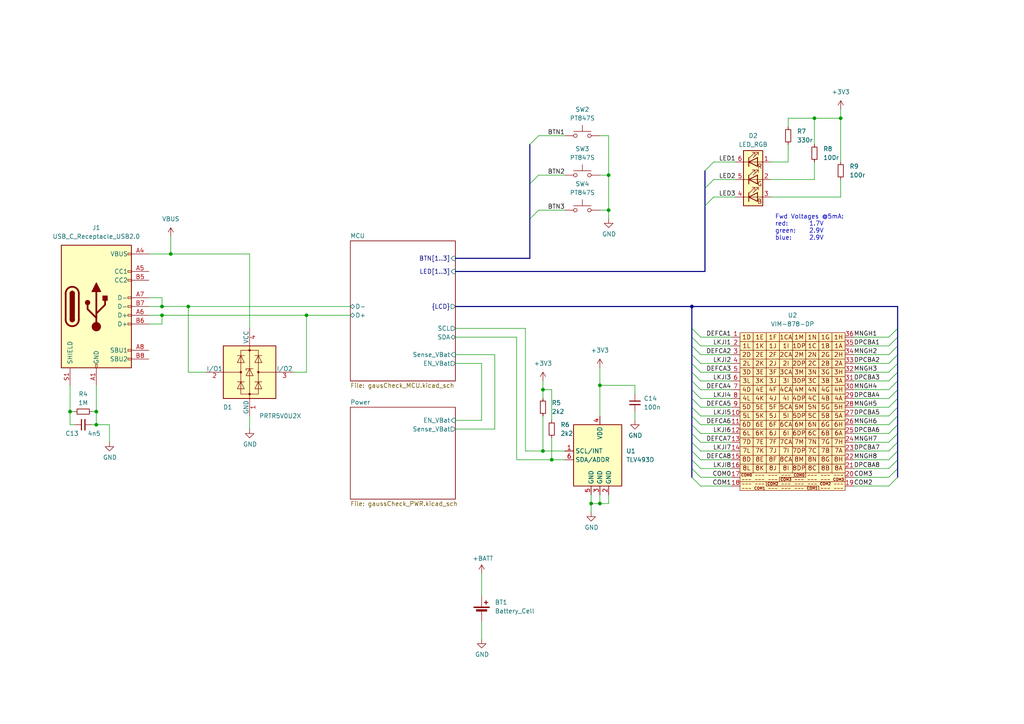
<source format=kicad_sch>
(kicad_sch (version 20230121) (generator eeschema)
  (paper "A4")
  (lib_symbols
    (symbol "Connector:USB_C_Receptacle_USB2.0" (pin_names (offset 1.016))
      (property "Reference" "J" (at -10.16 19.05 0))
      (property "Value" "USB_C_Receptacle_USB2.0" (at 19.05 19.05 0))
      (symbol "USB_C_Receptacle_USB2.0_0_0"
        (rectangle (start -0.254 -17.78) (end 0.254 -16.764))
        (rectangle (start 10.16 -14.986) (end 9.144 -15.494))
        (rectangle (start 10.16 -12.446) (end 9.144 -12.954))
        (rectangle (start 10.16 -4.826) (end 9.144 -5.334))
        (rectangle (start 10.16 -2.286) (end 9.144 -2.794))
        (rectangle (start 10.16 0.254) (end 9.144 -0.254))
        (rectangle (start 10.16 2.794) (end 9.144 2.286))
        (rectangle (start 10.16 7.874) (end 9.144 7.366))
        (rectangle (start 10.16 10.414) (end 9.144 9.906))
        (rectangle (start 10.16 15.494) (end 9.144 14.986))
      )
      (symbol "USB_C_Receptacle_USB2.0_0_1"
        (rectangle (start -10.16 17.78) (end 10.16 -17.78) (stroke (width 0.254)) (fill (type background)))
        (arc (start -8.89 -3.81) (mid -6.985 -5.7067) (end -5.08 -3.81) (stroke (width 0.508)))
        (arc (start -7.62 -3.81) (mid -6.985 -4.4423) (end -6.35 -3.81) (stroke (width 0.254)))
        (arc (start -7.62 -3.81) (mid -6.985 -4.4423) (end -6.35 -3.81) (stroke (width 0.254)) (fill (type outline)))
        (rectangle (start -7.62 -3.81) (end -6.35 3.81) (stroke (width 0.254)) (fill (type outline)))
        (arc (start -6.35 3.81) (mid -6.985 4.4423) (end -7.62 3.81) (stroke (width 0.254)))
        (arc (start -6.35 3.81) (mid -6.985 4.4423) (end -7.62 3.81) (stroke (width 0.254)) (fill (type outline)))
        (arc (start -5.08 3.81) (mid -6.985 5.7067) (end -8.89 3.81) (stroke (width 0.508)))
        (circle (center -2.54 1.143) (radius 0.635) (stroke (width 0.254)) (fill (type outline)))
        (circle (center 0 -5.842) (radius 1.27) (fill (type outline)))
        (polyline (pts (xy -8.89 -3.81) (xy -8.89 3.81)) (stroke (width 0.508)))
        (polyline (pts (xy -5.08 3.81) (xy -5.08 -3.81)) (stroke (width 0.508)))
        (polyline (pts (xy 0 -5.842) (xy 0 4.318)) (stroke (width 0.508)))
        (polyline (pts (xy 0 -3.302) (xy -2.54 -0.762) (xy -2.54 0.508)) (stroke (width 0.508)))
        (polyline (pts (xy 0 -2.032) (xy 2.54 0.508) (xy 2.54 1.778)) (stroke (width 0.508)))
        (polyline (pts (xy -1.27 4.318) (xy 0 6.858) (xy 1.27 4.318) (xy -1.27 4.318)) (stroke (width 0.254)) (fill (type outline)))
        (rectangle (start 1.905 1.778) (end 3.175 3.048) (stroke (width 0.254)) (fill (type outline)))
      )
      (symbol "USB_C_Receptacle_USB2.0_1_1"
        (pin passive line (at 0 -22.86 90) (length 5.08) (name "GND") (number "A1"))
        (pin passive line (at 0 -22.86 90) (length 5.08) hide (name "GND") (number "A12"))
        (pin passive line (at 15.24 15.24 180) (length 5.08) (name "VBUS") (number "A4"))
        (pin bidirectional line (at 15.24 10.16 180) (length 5.08) (name "CC1") (number "A5"))
        (pin bidirectional line (at 15.24 -2.54 180) (length 5.08) (name "D+") (number "A6"))
        (pin bidirectional line (at 15.24 2.54 180) (length 5.08) (name "D-") (number "A7"))
        (pin bidirectional line (at 15.24 -12.7 180) (length 5.08) (name "SBU1") (number "A8"))
        (pin passive line (at 15.24 15.24 180) (length 5.08) hide (name "VBUS") (number "A9"))
        (pin passive line (at 0 -22.86 90) (length 5.08) hide (name "GND") (number "B1"))
        (pin passive line (at 0 -22.86 90) (length 5.08) hide (name "GND") (number "B12"))
        (pin passive line (at 15.24 15.24 180) (length 5.08) hide (name "VBUS") (number "B4"))
        (pin bidirectional line (at 15.24 7.62 180) (length 5.08) (name "CC2") (number "B5"))
        (pin bidirectional line (at 15.24 -5.08 180) (length 5.08) (name "D+") (number "B6"))
        (pin bidirectional line (at 15.24 0 180) (length 5.08) (name "D-") (number "B7"))
        (pin bidirectional line (at 15.24 -15.24 180) (length 5.08) (name "SBU2") (number "B8"))
        (pin passive line (at 15.24 15.24 180) (length 5.08) hide (name "VBUS") (number "B9"))
        (pin passive line (at -7.62 -22.86 90) (length 5.08) (name "SHIELD") (number "S1"))
      )
    )
    (symbol "Device:Battery_Cell" (pin_numbers hide) (pin_names (offset 0) hide)
      (property "Reference" "BT" (at 2.54 2.54 0))
      (property "Value" "Battery_Cell" (at 2.54 0 0))
      (symbol "Battery_Cell_0_1"
        (rectangle (start -2.286 1.778) (end 2.286 1.524) (fill (type outline)))
        (rectangle (start -1.524 1.016) (end 1.524 0.508) (fill (type outline)))
        (polyline (pts (xy 0 0.762) (xy 0 0)))
        (polyline (pts (xy 0 1.778) (xy 0 2.54)))
        (polyline (pts (xy 0.762 3.048) (xy 1.778 3.048)) (stroke (width 0.254)))
        (polyline (pts (xy 1.27 3.556) (xy 1.27 2.54)) (stroke (width 0.254)))
      )
      (symbol "Battery_Cell_1_1"
        (pin passive line (at 0 5.08 270) (length 2.54) (name "+") (number "1"))
        (pin passive line (at 0 -2.54 90) (length 2.54) (name "-") (number "2"))
      )
    )
    (symbol "Device:C_Small" (pin_numbers hide) (pin_names (offset 0.254) hide)
      (property "Reference" "C" (at 0.254 1.778 0))
      (property "Value" "C_Small" (at 0.254 -2.032 0))
      (symbol "C_Small_0_1"
        (polyline (pts (xy -1.524 -0.508) (xy 1.524 -0.508)) (stroke (width 0.3302)))
        (polyline (pts (xy -1.524 0.508) (xy 1.524 0.508)) (stroke (width 0.3048)))
      )
      (symbol "C_Small_1_1"
        (pin passive line (at 0 2.54 270) (length 2.032) (name "~") (number "1"))
        (pin passive line (at 0 -2.54 90) (length 2.032) (name "~") (number "2"))
      )
    )
    (symbol "Device:R_Small" (pin_numbers hide) (pin_names (offset 0.254) hide)
      (property "Reference" "R" (at 0.762 0.508 0))
      (property "Value" "R_Small" (at 0.762 -1.016 0))
      (symbol "R_Small_0_1"
        (rectangle (start -0.762 1.778) (end 0.762 -1.778) (stroke (width 0.2032)))
      )
      (symbol "R_Small_1_1"
        (pin passive line (at 0 2.54 270) (length 0.762) (name "~") (number "1"))
        (pin passive line (at 0 -2.54 90) (length 0.762) (name "~") (number "2"))
      )
    )
    (symbol "GaussCheckCustomSymbols:LED_3A_RGB_3C" (pin_names (offset 0) hide)
      (property "Reference" "D" (at 0 9.398 0))
      (property "Value" "LED_RGB" (at 0 -8.89 0))
      (symbol "LED_3A_RGB_3C_0_0"
        (text "B" (at -1.905 -6.35 0) (effects (font (size 1.27 1.27))))
        (text "G" (at -1.905 -1.27 0) (effects (font (size 1.27 1.27))))
        (text "R" (at -1.905 3.81 0) (effects (font (size 1.27 1.27))))
      )
      (symbol "LED_3A_RGB_3C_0_1"
        (rectangle (start -2.794 8.382) (end 2.794 -7.62) (stroke (width 0.254)) (fill (type background)))
        (polyline (pts (xy -1.27 -5.08) (xy -2.54 -5.08)))
        (polyline (pts (xy -1.27 -5.08) (xy 1.27 -5.08)))
        (polyline (pts (xy -1.27 0) (xy -2.54 0)))
        (polyline (pts (xy -1.27 5.08) (xy -2.54 5.08)))
        (polyline (pts (xy -1.27 5.08) (xy 1.27 5.08)))
        (polyline (pts (xy 1.27 -5.08) (xy 2.54 -5.08)))
        (polyline (pts (xy 1.27 -3.81) (xy 1.27 -6.35)) (stroke (width 0.254)))
        (polyline (pts (xy 1.27 0) (xy -1.27 0)))
        (polyline (pts (xy 1.27 0) (xy 2.54 0)))
        (polyline (pts (xy 1.27 1.27) (xy 1.27 -1.27)) (stroke (width 0.254)))
        (polyline (pts (xy 1.27 5.08) (xy 2.54 5.08)))
        (polyline (pts (xy 1.27 6.35) (xy 1.27 3.81)) (stroke (width 0.254)))
        (polyline (pts (xy -1.27 1.27) (xy -1.27 -1.27) (xy -1.27 -1.27)))
        (polyline (pts (xy -1.27 6.35) (xy -1.27 3.81) (xy -1.27 3.81)))
        (polyline (pts (xy -1.27 -3.81) (xy -1.27 -6.35) (xy 1.27 -5.08) (xy -1.27 -3.81)) (stroke (width 0.254)))
        (polyline (pts (xy -1.27 1.27) (xy -1.27 -1.27) (xy 1.27 0) (xy -1.27 1.27)) (stroke (width 0.254)))
        (polyline (pts (xy -1.27 6.35) (xy -1.27 3.81) (xy 1.27 5.08) (xy -1.27 6.35)) (stroke (width 0.254)))
        (polyline (pts (xy 0 -3.81) (xy -1.524 -2.286) (xy -0.762 -2.286) (xy -1.524 -2.286) (xy -1.524 -3.048)))
        (polyline (pts (xy 0 1.27) (xy -1.524 2.794) (xy -0.762 2.794) (xy -1.524 2.794) (xy -1.524 2.032)))
        (polyline (pts (xy 0 6.35) (xy -1.524 7.874) (xy -0.762 7.874) (xy -1.524 7.874) (xy -1.524 7.112)))
        (polyline (pts (xy 1.016 -3.81) (xy -0.508 -2.286) (xy 0.254 -2.286) (xy -0.508 -2.286) (xy -0.508 -3.048)))
        (polyline (pts (xy 1.016 1.27) (xy -0.508 2.794) (xy 0.254 2.794) (xy -0.508 2.794) (xy -0.508 2.032)))
        (polyline (pts (xy 1.016 6.35) (xy -0.508 7.874) (xy 0.254 7.874) (xy -0.508 7.874) (xy -0.508 7.112)))
        (rectangle (start 1.27 -1.27) (end 1.27 1.27))
        (rectangle (start 1.27 1.27) (end 1.27 1.27))
        (rectangle (start 1.27 3.81) (end 1.27 6.35))
        (rectangle (start 1.27 6.35) (end 1.27 6.35))
      )
      (symbol "LED_3A_RGB_3C_1_1"
        (pin passive line (at -5.08 5.08 0) (length 2.54) (name "RK") (number "1"))
        (pin passive line (at -5.08 0 0) (length 2.54) (name "GK") (number "2"))
        (pin passive line (at -5.08 -5.08 0) (length 2.54) (name "BK") (number "3"))
        (pin passive line (at 5.08 -5.08 180) (length 2.54) (name "BA") (number "4"))
        (pin passive line (at 5.08 0 180) (length 2.54) (name "GA") (number "5"))
        (pin passive line (at 5.08 5.08 180) (length 2.54) (name "RA") (number "6"))
      )
    )
    (symbol "GaussCheckCustomSymbols:VIM-878-DP" (pin_names hide)
      (property "Reference" "U" (at 14.605 -24.13 0))
      (property "Value" "VIM-878-DP" (at -8.89 -24.13 0))
      (symbol "VIM-878-DP_0_0"
        (pin passive line (at -17.78 21.59 0) (length 2.54) (name "1DEFCA") (number "1"))
        (pin passive line (at -17.78 -1.27 0) (length 2.54) (name "5LKJI") (number "10"))
        (pin passive line (at -17.78 -3.81 0) (length 2.54) (name "6DEFCA") (number "11"))
        (pin passive line (at -17.78 -6.35 0) (length 2.54) (name "6LKJI") (number "12"))
        (pin passive line (at -17.78 -8.89 0) (length 2.54) (name "7DEFCA") (number "13"))
        (pin passive line (at -17.78 -11.43 0) (length 2.54) (name "7LKJI") (number "14"))
        (pin passive line (at -17.78 -13.97 0) (length 2.54) (name "8DEFCA") (number "15"))
        (pin passive line (at -17.78 -16.51 0) (length 2.54) (name "8LKJI") (number "16"))
        (pin passive line (at -17.78 19.05 0) (length 2.54) (name "1LKJI") (number "2"))
        (pin passive line (at 17.78 -16.51 180) (length 2.54) (name "8DPCBA") (number "21"))
        (pin passive line (at 17.78 -13.97 180) (length 2.54) (name "8MNGH") (number "22"))
        (pin passive line (at 17.78 -11.43 180) (length 2.54) (name "7DPCBA") (number "23"))
        (pin passive line (at 17.78 -8.89 180) (length 2.54) (name "7MNGH") (number "24"))
        (pin passive line (at 17.78 -6.35 180) (length 2.54) (name "6DPCBA") (number "25"))
        (pin passive line (at 17.78 -3.81 180) (length 2.54) (name "6MNGH") (number "26"))
        (pin passive line (at 17.78 -1.27 180) (length 2.54) (name "8DPCBA") (number "27"))
        (pin passive line (at 17.78 1.27 180) (length 2.54) (name "8MNGH") (number "28"))
        (pin passive line (at 17.78 3.81 180) (length 2.54) (name "8DPCBA") (number "29"))
        (pin passive line (at -17.78 16.51 0) (length 2.54) (name "2DEFCA") (number "3"))
        (pin passive line (at 17.78 6.35 180) (length 2.54) (name "8MNGH") (number "30"))
        (pin passive line (at 17.78 8.89 180) (length 2.54) (name "8DPCBA") (number "31"))
        (pin passive line (at 17.78 11.43 180) (length 2.54) (name "8MNGH") (number "32"))
        (pin passive line (at 17.78 13.97 180) (length 2.54) (name "8DPCBA") (number "33"))
        (pin passive line (at 17.78 16.51 180) (length 2.54) (name "8MNGH") (number "34"))
        (pin passive line (at 17.78 19.05 180) (length 2.54) (name "1DPCBA") (number "35"))
        (pin passive line (at 17.78 21.59 180) (length 2.54) (name "1MNGH") (number "36"))
        (pin passive line (at -17.78 13.97 0) (length 2.54) (name "2LKJI") (number "4"))
        (pin passive line (at -17.78 11.43 0) (length 2.54) (name "3DEFCA") (number "5"))
        (pin passive line (at -17.78 8.89 0) (length 2.54) (name "3LKJI") (number "6"))
        (pin passive line (at -17.78 6.35 0) (length 2.54) (name "4DEFCA") (number "7"))
        (pin passive line (at -17.78 3.81 0) (length 2.54) (name "4LKJI") (number "8"))
        (pin passive line (at -17.78 1.27 0) (length 2.54) (name "5DEFCA") (number "9"))
      )
      (symbol "VIM-878-DP_0_1"
        (polyline (pts (xy -15.24 -12.7) (xy 15.24 -12.7)))
        (polyline (pts (xy -15.24 -7.62) (xy 15.24 -7.62)))
        (polyline (pts (xy -15.24 -2.54) (xy 15.24 -2.54)))
        (polyline (pts (xy -15.24 0) (xy 15.24 0)))
        (polyline (pts (xy -15.24 5.08) (xy 15.24 5.08)))
        (polyline (pts (xy -15.24 10.16) (xy 15.24 10.16)))
        (polyline (pts (xy -15.24 15.24) (xy 15.24 15.24)))
        (polyline (pts (xy 15.24 -15.24) (xy -15.24 -15.24)))
        (polyline (pts (xy 15.24 -10.16) (xy -15.24 -10.16)))
        (polyline (pts (xy 15.24 -5.08) (xy -15.24 -5.08)))
        (polyline (pts (xy 15.24 2.54) (xy -15.24 2.54)))
        (polyline (pts (xy 15.24 7.62) (xy -15.24 7.62)))
        (polyline (pts (xy 15.24 12.7) (xy -15.24 12.7)))
      )
      (symbol "VIM-878-DP_1_0"
        (pin passive line (at -17.78 -19.05 0) (length 2.54) (name "COM0") (number "17"))
        (pin passive line (at -17.78 -21.59 0) (length 2.54) (name "COM1") (number "18"))
        (pin passive line (at 17.78 -21.59 180) (length 2.54) (name "COM2") (number "19"))
        (pin passive line (at 17.78 -19.05 180) (length 2.54) (name "COM3") (number "20"))
      )
      (symbol "VIM-878-DP_1_1"
        (rectangle (start -15.24 22.86) (end 15.24 -22.86) (fill (type background)))
        (polyline (pts (xy -15.24 -20.32) (xy 15.24 -20.32)))
        (polyline (pts (xy -15.24 17.78) (xy 15.24 17.78)))
        (polyline (pts (xy -15.24 20.32) (xy 15.24 20.32)))
        (polyline (pts (xy -11.43 22.86) (xy -11.43 -17.78)))
        (polyline (pts (xy -7.62 22.86) (xy -7.62 -17.78)))
        (polyline (pts (xy -3.81 22.86) (xy -3.81 -17.78)))
        (polyline (pts (xy 0 22.86) (xy 0 -17.78)))
        (polyline (pts (xy 3.81 -17.78) (xy 3.81 22.86)))
        (polyline (pts (xy 7.62 22.86) (xy 7.62 -17.78)))
        (polyline (pts (xy 11.43 22.86) (xy 11.43 -17.78)))
        (polyline (pts (xy 15.24 -17.78) (xy -15.24 -17.78)))
        (polyline (pts (xy -7.62 -20.32) (xy -7.62 -21.59) (xy 7.62 -21.59) (xy 7.62 -22.86)))
        (polyline (pts (xy 3.81 -17.78) (xy 3.81 -19.05) (xy -3.81 -19.05) (xy -3.81 -20.32)))
        (text "---" (at -13.335 -22.225 0) (effects (font (size 0.762 0.762))))
        (text "---" (at -13.335 -20.955 0) (effects (font (size 0.762 0.762))))
        (text "---" (at -13.335 -19.685 0) (effects (font (size 0.762 0.762))))
        (text "---" (at -9.525 -20.955 0) (effects (font (size 0.762 0.762))))
        (text "---" (at -9.525 -19.685 0) (effects (font (size 0.762 0.762))))
        (text "---" (at -9.525 -18.415 0) (effects (font (size 0.762 0.762))))
        (text "---" (at -5.715 -22.225 0) (effects (font (size 0.762 0.762))))
        (text "---" (at -5.715 -19.685 0) (effects (font (size 0.762 0.762))))
        (text "---" (at -5.715 -18.415 0) (effects (font (size 0.762 0.762))))
        (text "---" (at -1.905 -22.225 0) (effects (font (size 0.762 0.762))))
        (text "---" (at -1.905 -20.955 0) (effects (font (size 0.762 0.762))))
        (text "---" (at -1.905 -18.415 0) (effects (font (size 0.762 0.762))))
        (text "---" (at 1.905 -22.225 0) (effects (font (size 0.762 0.762))))
        (text "---" (at 1.905 -20.955 0) (effects (font (size 0.762 0.762))))
        (text "---" (at 1.905 -19.685 0) (effects (font (size 0.762 0.762))))
        (text "---" (at 5.715 -20.955 0) (effects (font (size 0.762 0.762))))
        (text "---" (at 5.715 -19.685 0) (effects (font (size 0.762 0.762))))
        (text "---" (at 5.715 -18.415 0) (effects (font (size 0.762 0.762))))
        (text "---" (at 9.525 -22.225 0) (effects (font (size 0.762 0.762))))
        (text "---" (at 9.525 -19.685 0) (effects (font (size 0.762 0.762))))
        (text "---" (at 9.525 -18.415 0) (effects (font (size 0.762 0.762))))
        (text "---" (at 13.335 -22.225 0) (effects (font (size 0.762 0.762))))
        (text "---" (at 13.335 -20.955 0) (effects (font (size 0.762 0.762))))
        (text "---" (at 13.335 -18.415 0) (effects (font (size 0.762 0.762))))
        (text "1A" (at 13.335 19.06 0) (effects (font (size 1.27 1.27))))
        (text "1B" (at 9.525 19.06 0) (effects (font (size 1.27 1.27))))
        (text "1C" (at 5.715 19.06 0) (effects (font (size 1.27 1.27))))
        (text "1CA" (at -1.905 21.59 0) (effects (font (size 1.27 1.27))))
        (text "1D" (at -13.335 21.59 0) (effects (font (size 1.27 1.27))))
        (text "1DP" (at 1.905 19.06 0) (effects (font (size 1.27 1.27))))
        (text "1E" (at -9.525 21.59 0) (effects (font (size 1.27 1.27))))
        (text "1F" (at -5.715 21.59 0) (effects (font (size 1.27 1.27))))
        (text "1G" (at 9.525 21.59 0) (effects (font (size 1.27 1.27))))
        (text "1H" (at 13.335 21.59 0) (effects (font (size 1.27 1.27))))
        (text "1I" (at -1.905 19.06 0) (effects (font (size 1.27 1.27))))
        (text "1J" (at -5.715 19.06 0) (effects (font (size 1.27 1.27))))
        (text "1K" (at -9.525 19.06 0) (effects (font (size 1.27 1.27))))
        (text "1L" (at -13.335 19.06 0) (effects (font (size 1.27 1.27))))
        (text "1M" (at 1.905 21.59 0) (effects (font (size 1.27 1.27))))
        (text "1N" (at 5.715 21.59 0) (effects (font (size 1.27 1.27))))
        (text "2A" (at 13.335 14 0) (effects (font (size 1.27 1.27))))
        (text "2B" (at 9.525 14 0) (effects (font (size 1.27 1.27))))
        (text "2C" (at 5.715 14 0) (effects (font (size 1.27 1.27))))
        (text "2CA" (at -1.905 16.53 0) (effects (font (size 1.27 1.27))))
        (text "2D" (at -13.335 16.53 0) (effects (font (size 1.27 1.27))))
        (text "2DP" (at 1.905 14 0) (effects (font (size 1.27 1.27))))
        (text "2E" (at -9.525 16.53 0) (effects (font (size 1.27 1.27))))
        (text "2F" (at -5.715 16.53 0) (effects (font (size 1.27 1.27))))
        (text "2G" (at 9.525 16.53 0) (effects (font (size 1.27 1.27))))
        (text "2H" (at 13.335 16.53 0) (effects (font (size 1.27 1.27))))
        (text "2I" (at -1.905 14 0) (effects (font (size 1.27 1.27))))
        (text "2J" (at -5.715 14 0) (effects (font (size 1.27 1.27))))
        (text "2K" (at -9.525 14 0) (effects (font (size 1.27 1.27))))
        (text "2L" (at -13.335 14 0) (effects (font (size 1.27 1.27))))
        (text "2M" (at 1.905 16.53 0) (effects (font (size 1.27 1.27))))
        (text "2N" (at 5.715 16.53 0) (effects (font (size 1.27 1.27))))
        (text "3A" (at 13.335 8.94 0) (effects (font (size 1.27 1.27))))
        (text "3B" (at 9.525 8.94 0) (effects (font (size 1.27 1.27))))
        (text "3C" (at 5.715 8.94 0) (effects (font (size 1.27 1.27))))
        (text "3CA" (at -1.905 11.47 0) (effects (font (size 1.27 1.27))))
        (text "3D" (at -13.335 11.47 0) (effects (font (size 1.27 1.27))))
        (text "3DP" (at 1.905 8.94 0) (effects (font (size 1.27 1.27))))
        (text "3E" (at -9.525 11.47 0) (effects (font (size 1.27 1.27))))
        (text "3F" (at -5.715 11.47 0) (effects (font (size 1.27 1.27))))
        (text "3G" (at 9.525 11.47 0) (effects (font (size 1.27 1.27))))
        (text "3H" (at 13.335 11.47 0) (effects (font (size 1.27 1.27))))
        (text "3I" (at -1.905 8.94 0) (effects (font (size 1.27 1.27))))
        (text "3J" (at -5.715 8.94 0) (effects (font (size 1.27 1.27))))
        (text "3K" (at -9.525 8.94 0) (effects (font (size 1.27 1.27))))
        (text "3L" (at -13.335 8.94 0) (effects (font (size 1.27 1.27))))
        (text "3M" (at 1.905 11.47 0) (effects (font (size 1.27 1.27))))
        (text "3N" (at 5.715 11.47 0) (effects (font (size 1.27 1.27))))
        (text "4A" (at 13.335 3.88 0) (effects (font (size 1.27 1.27))))
        (text "4B" (at 9.525 3.88 0) (effects (font (size 1.27 1.27))))
        (text "4C" (at 5.715 3.88 0) (effects (font (size 1.27 1.27))))
        (text "4CA" (at -1.905 6.41 0) (effects (font (size 1.27 1.27))))
        (text "4D" (at -13.335 6.41 0) (effects (font (size 1.27 1.27))))
        (text "4DP" (at 1.905 3.88 0) (effects (font (size 1.27 1.27))))
        (text "4E" (at -9.525 6.41 0) (effects (font (size 1.27 1.27))))
        (text "4F" (at -5.715 6.41 0) (effects (font (size 1.27 1.27))))
        (text "4G" (at 9.525 6.41 0) (effects (font (size 1.27 1.27))))
        (text "4H" (at 13.335 6.41 0) (effects (font (size 1.27 1.27))))
        (text "4I" (at -1.905 3.88 0) (effects (font (size 1.27 1.27))))
        (text "4J" (at -5.715 3.88 0) (effects (font (size 1.27 1.27))))
        (text "4K" (at -9.525 3.88 0) (effects (font (size 1.27 1.27))))
        (text "4L" (at -13.335 3.88 0) (effects (font (size 1.27 1.27))))
        (text "4M" (at 1.905 6.41 0) (effects (font (size 1.27 1.27))))
        (text "4N" (at 5.715 6.41 0) (effects (font (size 1.27 1.27))))
        (text "5A" (at 13.335 -1.18 0) (effects (font (size 1.27 1.27))))
        (text "5B" (at 9.525 -1.18 0) (effects (font (size 1.27 1.27))))
        (text "5C" (at 5.715 -1.18 0) (effects (font (size 1.27 1.27))))
        (text "5CA" (at -1.905 1.35 0) (effects (font (size 1.27 1.27))))
        (text "5D" (at -13.335 1.35 0) (effects (font (size 1.27 1.27))))
        (text "5DP" (at 1.905 -1.18 0) (effects (font (size 1.27 1.27))))
        (text "5E" (at -9.525 1.35 0) (effects (font (size 1.27 1.27))))
        (text "5F" (at -5.715 1.35 0) (effects (font (size 1.27 1.27))))
        (text "5G" (at 9.525 1.35 0) (effects (font (size 1.27 1.27))))
        (text "5H" (at 13.335 1.35 0) (effects (font (size 1.27 1.27))))
        (text "5I" (at -1.905 -1.18 0) (effects (font (size 1.27 1.27))))
        (text "5J" (at -5.715 -1.18 0) (effects (font (size 1.27 1.27))))
        (text "5K" (at -9.525 -1.18 0) (effects (font (size 1.27 1.27))))
        (text "5L" (at -13.335 -1.18 0) (effects (font (size 1.27 1.27))))
        (text "5M" (at 1.905 1.35 0) (effects (font (size 1.27 1.27))))
        (text "5N" (at 5.715 1.35 0) (effects (font (size 1.27 1.27))))
        (text "6A" (at 13.335 -6.24 0) (effects (font (size 1.27 1.27))))
        (text "6B" (at 9.525 -6.24 0) (effects (font (size 1.27 1.27))))
        (text "6C" (at 5.715 -6.24 0) (effects (font (size 1.27 1.27))))
        (text "6CA" (at -1.905 -3.71 0) (effects (font (size 1.27 1.27))))
        (text "6D" (at -13.335 -3.71 0) (effects (font (size 1.27 1.27))))
        (text "6DP" (at 1.905 -6.24 0) (effects (font (size 1.27 1.27))))
        (text "6E" (at -9.525 -3.71 0) (effects (font (size 1.27 1.27))))
        (text "6F" (at -5.715 -3.71 0) (effects (font (size 1.27 1.27))))
        (text "6G" (at 9.525 -3.71 0) (effects (font (size 1.27 1.27))))
        (text "6H" (at 13.335 -3.71 0) (effects (font (size 1.27 1.27))))
        (text "6I" (at -1.905 -6.24 0) (effects (font (size 1.27 1.27))))
        (text "6J" (at -5.715 -6.24 0) (effects (font (size 1.27 1.27))))
        (text "6K" (at -9.525 -6.24 0) (effects (font (size 1.27 1.27))))
        (text "6L" (at -13.335 -6.24 0) (effects (font (size 1.27 1.27))))
        (text "6M" (at 1.905 -3.71 0) (effects (font (size 1.27 1.27))))
        (text "6N" (at 5.715 -3.71 0) (effects (font (size 1.27 1.27))))
        (text "7A" (at 13.335 -11.3 0) (effects (font (size 1.27 1.27))))
        (text "7B" (at 9.525 -11.3 0) (effects (font (size 1.27 1.27))))
        (text "7C" (at 5.715 -11.3 0) (effects (font (size 1.27 1.27))))
        (text "7CA" (at -1.905 -8.77 0) (effects (font (size 1.27 1.27))))
        (text "7D" (at -13.335 -8.77 0) (effects (font (size 1.27 1.27))))
        (text "7DP" (at 1.905 -11.3 0) (effects (font (size 1.27 1.27))))
        (text "7E" (at -9.525 -8.77 0) (effects (font (size 1.27 1.27))))
        (text "7F" (at -5.715 -8.77 0) (effects (font (size 1.27 1.27))))
        (text "7G" (at 9.525 -8.77 0) (effects (font (size 1.27 1.27))))
        (text "7H" (at 13.335 -8.77 0) (effects (font (size 1.27 1.27))))
        (text "7I" (at -1.905 -11.3 0) (effects (font (size 1.27 1.27))))
        (text "7J" (at -5.715 -11.3 0) (effects (font (size 1.27 1.27))))
        (text "7K" (at -9.525 -11.3 0) (effects (font (size 1.27 1.27))))
        (text "7L" (at -13.335 -11.3 0) (effects (font (size 1.27 1.27))))
        (text "7M" (at 1.905 -8.77 0) (effects (font (size 1.27 1.27))))
        (text "7N" (at 5.715 -8.77 0) (effects (font (size 1.27 1.27))))
        (text "8A" (at 13.335 -16.36 0) (effects (font (size 1.27 1.27))))
        (text "8B" (at 9.525 -16.36 0) (effects (font (size 1.27 1.27))))
        (text "8C" (at 5.715 -16.36 0) (effects (font (size 1.27 1.27))))
        (text "8CA" (at -1.905 -13.83 0) (effects (font (size 1.27 1.27))))
        (text "8D" (at -13.335 -13.83 0) (effects (font (size 1.27 1.27))))
        (text "8DP" (at 1.905 -16.36 0) (effects (font (size 1.27 1.27))))
        (text "8E" (at -9.525 -13.83 0) (effects (font (size 1.27 1.27))))
        (text "8F" (at -5.715 -13.83 0) (effects (font (size 1.27 1.27))))
        (text "8G" (at 9.525 -13.83 0) (effects (font (size 1.27 1.27))))
        (text "8H" (at 13.335 -13.83 0) (effects (font (size 1.27 1.27))))
        (text "8I" (at -1.905 -16.36 0) (effects (font (size 1.27 1.27))))
        (text "8J" (at -5.715 -16.36 0) (effects (font (size 1.27 1.27))))
        (text "8K" (at -9.525 -16.36 0) (effects (font (size 1.27 1.27))))
        (text "8L" (at -13.335 -16.36 0) (effects (font (size 1.27 1.27))))
        (text "8M" (at 1.905 -13.83 0) (effects (font (size 1.27 1.27))))
        (text "8N" (at 5.715 -13.83 0) (effects (font (size 1.27 1.27))))
        (text "COM0" (at -13.335 -18.415 0) (effects (font (size 0.762 0.762))))
        (text "COM0" (at 1.905 -18.415 0) (effects (font (size 0.762 0.762))))
        (text "COM1\n" (at -9.525 -22.225 0) (effects (font (size 0.762 0.762))))
        (text "COM1\n" (at 5.715 -22.225 0) (effects (font (size 0.762 0.762))))
        (text "COM2" (at -5.715 -20.955 0) (effects (font (size 0.762 0.762))))
        (text "COM2" (at 9.525 -20.955 0) (effects (font (size 0.762 0.762))))
        (text "COM3" (at -1.905 -19.685 0) (effects (font (size 0.762 0.762))))
        (text "COM3" (at 13.335 -19.685 0) (effects (font (size 0.762 0.762))))
      )
    )
    (symbol "Power_Protection:PRTR5V0U2X" (pin_names (offset 0))
      (property "Reference" "D" (at 2.794 8.636 0))
      (property "Value" "PRTR5V0U2X" (at 8.128 -9.398 0))
      (symbol "PRTR5V0U2X_0_1"
        (rectangle (start -7.62 -7.62) (end 7.62 7.62) (stroke (width 0.254)) (fill (type background)))
        (circle (center -2.54 0) (radius 0.254) (fill (type outline)))
        (rectangle (start -2.54 6.35) (end 2.54 -6.35))
        (circle (center 0 -6.35) (radius 0.254) (fill (type outline)))
        (polyline (pts (xy -2.54 0) (xy -7.62 0)))
        (polyline (pts (xy -1.524 -2.794) (xy -3.556 -2.794)))
        (polyline (pts (xy -1.524 4.826) (xy -3.556 4.826)))
        (polyline (pts (xy 0 -7.62) (xy 0 7.62)))
        (polyline (pts (xy 1.524 -2.794) (xy 3.556 -2.794)))
        (polyline (pts (xy 1.524 4.826) (xy 3.556 4.826)))
        (polyline (pts (xy 2.54 0) (xy 7.62 0)))
        (polyline (pts (xy 1.016 1.016) (xy -1.016 1.016) (xy -1.016 0.508)))
        (polyline (pts (xy -3.556 -4.826) (xy -1.524 -4.826) (xy -2.54 -2.794) (xy -3.556 -4.826)))
        (polyline (pts (xy -3.556 2.794) (xy -1.524 2.794) (xy -2.54 4.826) (xy -3.556 2.794)))
        (polyline (pts (xy -1.016 -1.016) (xy 1.016 -1.016) (xy 0 1.016) (xy -1.016 -1.016)))
        (polyline (pts (xy 3.556 -4.826) (xy 1.524 -4.826) (xy 2.54 -2.794) (xy 3.556 -4.826)))
        (polyline (pts (xy 3.556 2.794) (xy 1.524 2.794) (xy 2.54 4.826) (xy 3.556 2.794)))
        (circle (center 0 6.35) (radius 0.254) (fill (type outline)))
        (circle (center 2.54 0) (radius 0.254) (fill (type outline)))
      )
      (symbol "PRTR5V0U2X_1_1"
        (pin passive line (at 0 -12.7 90) (length 5.08) (name "GND") (number "1"))
        (pin passive line (at -12.7 0 0) (length 5.08) (name "I/O1") (number "2"))
        (pin passive line (at 12.7 0 180) (length 5.08) (name "I/O2") (number "3"))
        (pin passive line (at 0 12.7 270) (length 5.08) (name "VCC") (number "4"))
      )
    )
    (symbol "Sensor_Magnetic:TLV493D"
      (property "Reference" "U" (at -6.35 11.43 0))
      (property "Value" "TLV493D" (at 5.08 11.43 0))
      (symbol "TLV493D_0_1"
        (rectangle (start -7.62 10.16) (end 6.35 -7.62) (stroke (width 0.254)) (fill (type background)))
      )
      (symbol "TLV493D_1_1"
        (pin bidirectional line (at -10.16 2.54 0) (length 2.54) (name "SCL/INT") (number "1"))
        (pin power_in line (at 2.54 -10.16 90) (length 2.54) (name "GND") (number "2"))
        (pin power_in line (at 0 -10.16 90) (length 2.54) (name "GND") (number "3"))
        (pin power_in line (at 0 12.7 270) (length 2.54) (name "VDD") (number "4"))
        (pin power_in line (at -2.54 -10.16 90) (length 2.54) (name "GND") (number "5"))
        (pin bidirectional line (at -10.16 0 0) (length 2.54) (name "SDA/ADDR") (number "6"))
      )
    )
    (symbol "Switch:SW_Push" (pin_numbers hide) (pin_names (offset 1.016) hide)
      (property "Reference" "SW" (at 1.27 2.54 0))
      (property "Value" "SW_Push" (at 0 -1.524 0))
      (symbol "SW_Push_0_1"
        (circle (center -2.032 0) (radius 0.508))
        (polyline (pts (xy 0 1.27) (xy 0 3.048)))
        (polyline (pts (xy 2.54 1.27) (xy -2.54 1.27)))
        (circle (center 2.032 0) (radius 0.508))
        (pin passive line (at -5.08 0 0) (length 2.54) (name "1") (number "1"))
        (pin passive line (at 5.08 0 180) (length 2.54) (name "2") (number "2"))
      )
    )
    (symbol "power:+3V3" (power) (pin_names (offset 0))
      (property "Value" "+3V3" (at 0 3.556 0))
      (symbol "+3V3_0_1"
        (polyline (pts (xy -0.762 1.27) (xy 0 2.54)))
        (polyline (pts (xy 0 0) (xy 0 2.54)))
        (polyline (pts (xy 0 2.54) (xy 0.762 1.27)))
      )
      (symbol "+3V3_1_1"
        (pin power_in line (at 0 0 90) (length 0) hide (name "+3V3") (number "1"))
      )
    )
    (symbol "power:+BATT" (power) (pin_names (offset 0))
      (property "Value" "+BATT" (at 0 3.556 0))
      (symbol "+BATT_0_1"
        (polyline (pts (xy -0.762 1.27) (xy 0 2.54)))
        (polyline (pts (xy 0 0) (xy 0 2.54)))
        (polyline (pts (xy 0 2.54) (xy 0.762 1.27)))
      )
      (symbol "+BATT_1_1"
        (pin power_in line (at 0 0 90) (length 0) hide (name "+BATT") (number "1"))
      )
    )
    (symbol "power:GND" (power) (pin_names (offset 0))
      (property "Value" "GND" (at 0 -3.81 0))
      (symbol "GND_0_1"
        (polyline (pts (xy 0 0) (xy 0 -1.27) (xy 1.27 -1.27) (xy 0 -2.54) (xy -1.27 -1.27) (xy 0 -1.27)))
      )
      (symbol "GND_1_1"
        (pin power_in line (at 0 0 270) (length 0) hide (name "GND") (number "1"))
      )
    )
    (symbol "power:VBUS" (power) (pin_names (offset 0))
      (property "Value" "VBUS" (at 0 3.81 0))
      (symbol "VBUS_0_1"
        (polyline (pts (xy -0.762 1.27) (xy 0 2.54)))
        (polyline (pts (xy 0 0) (xy 0 2.54)))
        (polyline (pts (xy 0 2.54) (xy 0.762 1.27)))
      )
      (symbol "VBUS_1_1"
        (pin power_in line (at 0 0 90) (length 0) hide (name "VBUS") (number "1"))
      )
    )
  )
  (bus_alias "LCD" (members "DEFCA[1..8]" "LKJI[1..8]" "COM[0..3]" "MNGH[1..8]" "DPCBA[1..8]"))
  (junction (at 157.48 130.81))
  (junction (at 46.99 91.44))
  (junction (at 27.94 119.38))
  (junction (at 88.9 91.44))
  (junction (at 160.02 133.35))
  (junction (at 20.32 119.38))
  (junction (at 54.61 88.9))
  (junction (at 176.53 60.96))
  (junction (at 49.53 73.66))
  (junction (at 171.45 146.05))
  (junction (at 243.84 34.29))
  (junction (at 157.48 113.03))
  (junction (at 173.99 146.05))
  (junction (at 236.22 34.29))
  (junction (at 27.94 123.19))
  (junction (at 176.53 50.8))
  (junction (at 173.99 111.76))
  (junction (at 46.99 88.9))
  (junction (at 200.66 88.9))
  (bus_entry (at 260.35 125.73) (size -2.54 2.54))
  (bus_entry (at 260.35 130.81) (size -2.54 2.54))
  (bus_entry (at 200.66 100.33) (size 2.54 2.54))
  (bus_entry (at 200.66 102.87) (size 2.54 2.54))
  (bus_entry (at 200.66 110.49) (size 2.54 2.54))
  (bus_entry (at 260.35 97.79) (size -2.54 2.54))
  (bus_entry (at 200.66 120.65) (size 2.54 2.54))
  (bus_entry (at 260.35 138.43) (size -2.54 2.54))
  (bus_entry (at 260.35 100.33) (size -2.54 2.54))
  (bus_entry (at 200.66 118.11) (size 2.54 2.54))
  (bus_entry (at 200.66 107.95) (size 2.54 2.54))
  (bus_entry (at 200.66 125.73) (size 2.54 2.54))
  (bus_entry (at 260.35 113.03) (size -2.54 2.54))
  (bus_entry (at 260.35 110.49) (size -2.54 2.54))
  (bus_entry (at 260.35 115.57) (size -2.54 2.54))
  (bus_entry (at 200.66 128.27) (size 2.54 2.54))
  (bus_entry (at 200.66 95.25) (size 2.54 2.54))
  (bus_entry (at 260.35 102.87) (size -2.54 2.54))
  (bus_entry (at 153.67 41.91) (size 2.54 -2.54))
  (bus_entry (at 200.66 133.35) (size 2.54 2.54))
  (bus_entry (at 260.35 120.65) (size -2.54 2.54))
  (bus_entry (at 260.35 135.89) (size -2.54 2.54))
  (bus_entry (at 260.35 123.19) (size -2.54 2.54))
  (bus_entry (at 204.47 54.61) (size 2.54 -2.54))
  (bus_entry (at 200.66 105.41) (size 2.54 2.54))
  (bus_entry (at 260.35 128.27) (size -2.54 2.54))
  (bus_entry (at 200.66 138.43) (size 2.54 2.54))
  (bus_entry (at 200.66 123.19) (size 2.54 2.54))
  (bus_entry (at 200.66 113.03) (size 2.54 2.54))
  (bus_entry (at 204.47 59.69) (size 2.54 -2.54))
  (bus_entry (at 260.35 133.35) (size -2.54 2.54))
  (bus_entry (at 200.66 97.79) (size 2.54 2.54))
  (bus_entry (at 260.35 95.25) (size -2.54 2.54))
  (bus_entry (at 260.35 107.95) (size -2.54 2.54))
  (bus_entry (at 200.66 135.89) (size 2.54 2.54))
  (bus_entry (at 260.35 105.41) (size -2.54 2.54))
  (bus_entry (at 153.67 53.34) (size 2.54 -2.54))
  (bus_entry (at 260.35 118.11) (size -2.54 2.54))
  (bus_entry (at 200.66 130.81) (size 2.54 2.54))
  (bus_entry (at 153.67 63.5) (size 2.54 -2.54))
  (bus_entry (at 204.47 49.53) (size 2.54 -2.54))
  (bus_entry (at 200.66 115.57) (size 2.54 2.54))
  (wire (pts (xy 247.65 107.95) (xy 257.81 107.95)))
  (bus (pts (xy 260.35 95.25) (xy 260.35 97.79)))
  (wire (pts (xy 247.65 138.43) (xy 257.81 138.43)))
  (wire (pts (xy 157.48 110.49) (xy 157.48 113.03)))
  (wire (pts (xy 43.18 88.9) (xy 46.99 88.9)))
  (wire (pts (xy 149.86 133.35) (xy 149.86 97.79)))
  (wire (pts (xy 203.2 102.87) (xy 212.09 102.87)))
  (wire (pts (xy 247.65 125.73) (xy 257.81 125.73)))
  (bus (pts (xy 260.35 105.41) (xy 260.35 107.95)))
  (bus (pts (xy 200.66 120.65) (xy 200.66 123.19)))
  (bus (pts (xy 200.66 133.35) (xy 200.66 135.89)))
  (bus (pts (xy 200.66 130.81) (xy 200.66 133.35)))
  (wire (pts (xy 54.61 107.95) (xy 54.61 88.9)))
  (wire (pts (xy 43.18 86.36) (xy 46.99 86.36)))
  (wire (pts (xy 203.2 138.43) (xy 212.09 138.43)))
  (wire (pts (xy 85.09 107.95) (xy 88.9 107.95)))
  (bus (pts (xy 200.66 135.89) (xy 200.66 138.43)))
  (wire (pts (xy 243.84 31.75) (xy 243.84 34.29)))
  (wire (pts (xy 247.65 115.57) (xy 257.81 115.57)))
  (wire (pts (xy 247.65 102.87) (xy 257.81 102.87)))
  (wire (pts (xy 247.65 113.03) (xy 257.81 113.03)))
  (wire (pts (xy 176.53 60.96) (xy 176.53 50.8)))
  (wire (pts (xy 132.08 95.25) (xy 152.4 95.25)))
  (bus (pts (xy 260.35 107.95) (xy 260.35 110.49)))
  (bus (pts (xy 200.66 97.79) (xy 200.66 100.33)))
  (wire (pts (xy 173.99 111.76) (xy 173.99 120.65)))
  (wire (pts (xy 247.65 135.89) (xy 257.81 135.89)))
  (bus (pts (xy 260.35 100.33) (xy 260.35 102.87)))
  (bus (pts (xy 260.35 123.19) (xy 260.35 125.73)))
  (bus (pts (xy 200.66 113.03) (xy 200.66 115.57)))
  (bus (pts (xy 200.66 128.27) (xy 200.66 130.81)))
  (wire (pts (xy 228.6 41.91) (xy 228.6 46.99)))
  (wire (pts (xy 139.7 105.41) (xy 139.7 121.92)))
  (wire (pts (xy 46.99 86.36) (xy 46.99 88.9)))
  (bus (pts (xy 200.66 115.57) (xy 200.66 118.11)))
  (bus (pts (xy 260.35 130.81) (xy 260.35 133.35)))
  (wire (pts (xy 247.65 97.79) (xy 257.81 97.79)))
  (wire (pts (xy 173.99 106.68) (xy 173.99 111.76)))
  (wire (pts (xy 173.99 60.96) (xy 176.53 60.96)))
  (wire (pts (xy 247.65 133.35) (xy 257.81 133.35)))
  (bus (pts (xy 204.47 59.69) (xy 204.47 78.74)))
  (wire (pts (xy 157.48 120.65) (xy 157.48 130.81)))
  (wire (pts (xy 203.2 140.97) (xy 212.09 140.97)))
  (wire (pts (xy 247.65 100.33) (xy 257.81 100.33)))
  (wire (pts (xy 203.2 97.79) (xy 212.09 97.79)))
  (wire (pts (xy 207.01 52.07) (xy 213.36 52.07)))
  (wire (pts (xy 203.2 118.11) (xy 212.09 118.11)))
  (bus (pts (xy 260.35 115.57) (xy 260.35 118.11)))
  (bus (pts (xy 200.66 95.25) (xy 200.66 97.79)))
  (bus (pts (xy 153.67 41.91) (xy 153.67 53.34)))
  (wire (pts (xy 21.59 123.19) (xy 20.32 123.19)))
  (wire (pts (xy 203.2 120.65) (xy 212.09 120.65)))
  (wire (pts (xy 31.75 128.27) (xy 31.75 123.19)))
  (wire (pts (xy 54.61 88.9) (xy 101.6 88.9)))
  (bus (pts (xy 153.67 63.5) (xy 153.67 74.93)))
  (wire (pts (xy 176.53 39.37) (xy 173.99 39.37)))
  (wire (pts (xy 160.02 133.35) (xy 163.83 133.35)))
  (wire (pts (xy 43.18 93.98) (xy 46.99 93.98)))
  (wire (pts (xy 20.32 119.38) (xy 20.32 111.76)))
  (wire (pts (xy 236.22 34.29) (xy 243.84 34.29)))
  (wire (pts (xy 43.18 91.44) (xy 46.99 91.44)))
  (wire (pts (xy 46.99 88.9) (xy 54.61 88.9)))
  (wire (pts (xy 157.48 113.03) (xy 157.48 115.57)))
  (wire (pts (xy 203.2 123.19) (xy 212.09 123.19)))
  (bus (pts (xy 260.35 102.87) (xy 260.35 105.41)))
  (wire (pts (xy 26.67 119.38) (xy 27.94 119.38)))
  (bus (pts (xy 260.35 113.03) (xy 260.35 115.57)))
  (wire (pts (xy 27.94 119.38) (xy 27.94 111.76)))
  (wire (pts (xy 139.7 180.34) (xy 139.7 185.42)))
  (wire (pts (xy 156.21 60.96) (xy 163.83 60.96)))
  (wire (pts (xy 176.53 63.5) (xy 176.53 60.96)))
  (wire (pts (xy 207.01 46.99) (xy 213.36 46.99)))
  (wire (pts (xy 173.99 146.05) (xy 171.45 146.05)))
  (wire (pts (xy 176.53 143.51) (xy 176.53 146.05)))
  (wire (pts (xy 171.45 146.05) (xy 171.45 148.59)))
  (bus (pts (xy 200.66 105.41) (xy 200.66 107.95)))
  (wire (pts (xy 247.65 118.11) (xy 257.81 118.11)))
  (wire (pts (xy 203.2 130.81) (xy 212.09 130.81)))
  (wire (pts (xy 247.65 123.19) (xy 257.81 123.19)))
  (wire (pts (xy 72.39 95.25) (xy 72.39 73.66)))
  (bus (pts (xy 200.66 123.19) (xy 200.66 125.73)))
  (bus (pts (xy 132.08 88.9) (xy 200.66 88.9)))
  (wire (pts (xy 139.7 121.92) (xy 132.08 121.92)))
  (wire (pts (xy 247.65 140.97) (xy 257.81 140.97)))
  (wire (pts (xy 203.2 113.03) (xy 212.09 113.03)))
  (wire (pts (xy 139.7 166.37) (xy 139.7 172.72)))
  (wire (pts (xy 149.86 133.35) (xy 160.02 133.35)))
  (wire (pts (xy 184.15 114.3) (xy 184.15 111.76)))
  (wire (pts (xy 247.65 105.41) (xy 257.81 105.41)))
  (bus (pts (xy 260.35 88.9) (xy 260.35 95.25)))
  (bus (pts (xy 260.35 133.35) (xy 260.35 135.89)))
  (wire (pts (xy 203.2 105.41) (xy 212.09 105.41)))
  (bus (pts (xy 200.66 102.87) (xy 200.66 105.41)))
  (wire (pts (xy 59.69 107.95) (xy 54.61 107.95)))
  (wire (pts (xy 157.48 130.81) (xy 163.83 130.81)))
  (wire (pts (xy 49.53 73.66) (xy 43.18 73.66)))
  (wire (pts (xy 228.6 34.29) (xy 236.22 34.29)))
  (bus (pts (xy 200.66 110.49) (xy 200.66 113.03)))
  (wire (pts (xy 243.84 52.07) (xy 243.84 57.15)))
  (wire (pts (xy 156.21 50.8) (xy 163.83 50.8)))
  (wire (pts (xy 184.15 111.76) (xy 173.99 111.76)))
  (wire (pts (xy 152.4 130.81) (xy 152.4 95.25)))
  (bus (pts (xy 204.47 78.74) (xy 132.08 78.74)))
  (bus (pts (xy 132.08 74.93) (xy 153.67 74.93)))
  (bus (pts (xy 260.35 125.73) (xy 260.35 128.27)))
  (wire (pts (xy 247.65 130.81) (xy 257.81 130.81)))
  (wire (pts (xy 203.2 110.49) (xy 212.09 110.49)))
  (bus (pts (xy 200.66 100.33) (xy 200.66 102.87)))
  (wire (pts (xy 243.84 34.29) (xy 243.84 46.99)))
  (bus (pts (xy 260.35 97.79) (xy 260.35 100.33)))
  (wire (pts (xy 132.08 105.41) (xy 139.7 105.41)))
  (wire (pts (xy 171.45 143.51) (xy 171.45 146.05)))
  (wire (pts (xy 160.02 121.92) (xy 160.02 113.03)))
  (wire (pts (xy 88.9 91.44) (xy 101.6 91.44)))
  (wire (pts (xy 72.39 120.65) (xy 72.39 124.46)))
  (wire (pts (xy 88.9 107.95) (xy 88.9 91.44)))
  (wire (pts (xy 236.22 41.91) (xy 236.22 34.29)))
  (wire (pts (xy 247.65 110.49) (xy 257.81 110.49)))
  (wire (pts (xy 203.2 115.57) (xy 212.09 115.57)))
  (wire (pts (xy 228.6 46.99) (xy 223.52 46.99)))
  (wire (pts (xy 176.53 146.05) (xy 173.99 146.05)))
  (wire (pts (xy 72.39 73.66) (xy 49.53 73.66)))
  (wire (pts (xy 203.2 125.73) (xy 212.09 125.73)))
  (wire (pts (xy 203.2 135.89) (xy 212.09 135.89)))
  (wire (pts (xy 27.94 123.19) (xy 27.94 119.38)))
  (wire (pts (xy 203.2 128.27) (xy 212.09 128.27)))
  (wire (pts (xy 247.65 120.65) (xy 257.81 120.65)))
  (wire (pts (xy 228.6 36.83) (xy 228.6 34.29)))
  (wire (pts (xy 160.02 127) (xy 160.02 133.35)))
  (wire (pts (xy 184.15 119.38) (xy 184.15 121.92)))
  (wire (pts (xy 132.08 124.46) (xy 143.51 124.46)))
  (wire (pts (xy 203.2 133.35) (xy 212.09 133.35)))
  (wire (pts (xy 26.67 123.19) (xy 27.94 123.19)))
  (wire (pts (xy 143.51 124.46) (xy 143.51 102.87)))
  (wire (pts (xy 143.51 102.87) (xy 132.08 102.87)))
  (bus (pts (xy 260.35 120.65) (xy 260.35 123.19)))
  (bus (pts (xy 200.66 88.9) (xy 260.35 88.9)))
  (wire (pts (xy 176.53 50.8) (xy 176.53 39.37)))
  (bus (pts (xy 260.35 118.11) (xy 260.35 120.65)))
  (wire (pts (xy 46.99 93.98) (xy 46.99 91.44)))
  (wire (pts (xy 152.4 130.81) (xy 157.48 130.81)))
  (wire (pts (xy 243.84 57.15) (xy 223.52 57.15)))
  (wire (pts (xy 31.75 123.19) (xy 27.94 123.19)))
  (wire (pts (xy 132.08 97.79) (xy 149.86 97.79)))
  (bus (pts (xy 260.35 135.89) (xy 260.35 138.43)))
  (wire (pts (xy 173.99 143.51) (xy 173.99 146.05)))
  (wire (pts (xy 203.2 107.95) (xy 212.09 107.95)))
  (bus (pts (xy 204.47 49.53) (xy 204.47 54.61)))
  (bus (pts (xy 200.66 88.9) (xy 200.66 95.25)))
  (bus (pts (xy 200.66 118.11) (xy 200.66 120.65)))
  (wire (pts (xy 20.32 123.19) (xy 20.32 119.38)))
  (bus (pts (xy 153.67 53.34) (xy 153.67 63.5)))
  (bus (pts (xy 200.66 125.73) (xy 200.66 128.27)))
  (bus (pts (xy 260.35 128.27) (xy 260.35 130.81)))
  (bus (pts (xy 260.35 110.49) (xy 260.35 113.03)))
  (wire (pts (xy 49.53 68.58) (xy 49.53 73.66)))
  (wire (pts (xy 247.65 128.27) (xy 257.81 128.27)))
  (wire (pts (xy 156.21 39.37) (xy 163.83 39.37)))
  (wire (pts (xy 203.2 100.33) (xy 212.09 100.33)))
  (wire (pts (xy 207.01 57.15) (xy 213.36 57.15)))
  (bus (pts (xy 200.66 107.95) (xy 200.66 110.49)))
  (wire (pts (xy 236.22 52.07) (xy 223.52 52.07)))
  (wire (pts (xy 173.99 50.8) (xy 176.53 50.8)))
  (wire (pts (xy 46.99 91.44) (xy 88.9 91.44)))
  (wire (pts (xy 236.22 46.99) (xy 236.22 52.07)))
  (wire (pts (xy 20.32 119.38) (xy 21.59 119.38)))
  (bus (pts (xy 204.47 54.61) (xy 204.47 59.69)))
  (wire (pts (xy 160.02 113.03) (xy 157.48 113.03)))
  (text "Fwd Voltages @5mA:\nred:	1.7V\ngreen:	2.9V	\nblue:	2.9V" (at 224.79 69.85 0) (effects (font (size 1.27 1.27)) (justify left bottom)))
  (label "COM2" (at 247.65 140.97 0))
  (label "LKJI4" (at 212.09 115.57 180))
  (label "DPCBA5" (at 247.65 120.65 0))
  (label "LKJI8" (at 212.09 135.89 180))
  (label "LKJI7" (at 212.09 130.81 180))
  (label "DPCBA8" (at 247.65 135.89 0))
  (label "LED2" (at 213.36 52.07 180))
  (label "BTN3" (at 163.83 60.96 180))
  (label "MNGH7" (at 247.65 128.27 0))
  (label "COM1" (at 212.09 140.97 180))
  (label "DPCBA7" (at 247.65 130.81 0))
  (label "BTN2" (at 163.83 50.8 180))
  (label "LED1" (at 213.36 46.99 180))
  (label "LKJI3" (at 212.09 110.49 180))
  (label "DEFCA3" (at 212.09 107.95 180))
  (label "DEFCA8" (at 212.09 133.35 180))
  (label "DPCBA1" (at 247.65 100.33 0))
  (label "LKJI5" (at 212.09 120.65 180))
  (label "MNGH1" (at 247.65 97.79 0))
  (label "DEFCA1" (at 212.09 97.79 180))
  (label "LKJI2" (at 212.09 105.41 180))
  (label "DEFCA7" (at 212.09 128.27 180))
  (label "LKJI6" (at 212.09 125.73 180))
  (label "DPCBA6" (at 247.65 125.73 0))
  (label "COM3" (at 247.65 138.43 0))
  (label "LED3" (at 213.36 57.15 180))
  (label "MNGH4" (at 247.65 113.03 0))
  (label "BTN1" (at 163.83 39.37 180))
  (label "MNGH5" (at 247.65 118.11 0))
  (label "MNGH2" (at 247.65 102.87 0))
  (label "DPCBA3" (at 247.65 110.49 0))
  (label "MNGH6" (at 247.65 123.19 0))
  (label "MNGH8" (at 247.65 133.35 0))
  (label "DEFCA2" (at 212.09 102.87 180))
  (label "DPCBA4" (at 247.65 115.57 0))
  (label "MNGH3" (at 247.65 107.95 0))
  (label "DEFCA4" (at 212.09 113.03 180))
  (label "DEFCA6" (at 212.09 123.19 180))
  (label "LKJI1" (at 212.09 100.33 180))
  (label "COM0" (at 212.09 138.43 180))
  (label "DPCBA2" (at 247.65 105.41 0))
  (label "DEFCA5" (at 212.09 118.11 180))
  (symbol (lib_id "Switch:SW_Push") (at 168.91 39.37 0) (unit 1)
    (property "Reference" "SW2" (at 168.91 31.75 0))
    (property "Value" "PT847S" (at 168.91 34.29 0))
    (property "Footprint" "GaussCheckCustomFootprint:SW_SPST_CK_PTS847MMxxxSMT_4.6x2.2mm" (effects hide))
    (property "Datasheet" "https://www.ckswitches.com/media/1973/ksc7.pdf" (effects hide))
    (property "MPN" "PTS847MM350SMTR2 " (effects hide))
  )
  (symbol (lib_id "Device:R_Small") (at 24.13 119.38 90) (unit 1)
    (property "Reference" "R4" (at 24.13 114.3 90))
    (property "Value" "1M" (at 24.13 116.84 90))
    (property "Footprint" "Resistor_SMD:R_0603_1608Metric" (effects hide))
  )
  (symbol (lib_id "power:+3V3") (at 157.48 110.49 0) (unit 1)
    (property "Reference" "#PWR032" (effects hide))
    (property "Value" "+3V3" (at 157.48 105.41 0))
  )
  (symbol (lib_id "power:+3V3") (at 173.99 106.68 0) (unit 1)
    (property "Reference" "#PWR029" (effects hide))
    (property "Value" "+3V3" (at 173.99 101.6 0))
  )
  (symbol (lib_id "Device:R_Small") (at 236.22 44.45 0) (mirror y) (unit 1)
    (property "Reference" "R8" (at 238.76 43.18 0) (effects (justify right)))
    (property "Value" "100r" (at 238.76 45.72 0) (effects (justify right)))
    (property "Footprint" "Resistor_SMD:R_0603_1608Metric" (effects hide))
  )
  (symbol (lib_id "Device:R_Small") (at 243.84 49.53 0) (mirror y) (unit 1)
    (property "Reference" "R9" (at 246.38 48.26 0) (effects (justify right)))
    (property "Value" "100r" (at 246.38 50.8 0) (effects (justify right)))
    (property "Footprint" "Resistor_SMD:R_0603_1608Metric" (effects hide))
  )
  (symbol (lib_id "power:VBUS") (at 49.53 68.58 0) (unit 1)
    (property "Reference" "#PWR027" (effects hide))
    (property "Value" "VBUS" (at 49.53 63.5 0))
  )
  (symbol (lib_id "power:+BATT") (at 139.7 166.37 0) (unit 1)
    (property "Reference" "#PWR06" (effects hide))
    (property "Value" "+BATT" (at 140.081 161.9758 0))
  )
  (symbol (lib_id "GaussCheckCustomSymbols:LED_3A_RGB_3C") (at 218.44 52.07 0) (mirror y) (unit 1)
    (property "Reference" "D2" (at 218.44 39.37 0))
    (property "Value" "LED_RGB" (at 218.44 41.91 0))
    (property "Footprint" "LED_SMD:LED_RGB_Cree-PLCC-6_6x5mm_P2.1mm" (effects hide))
    (property "Datasheet" "https://www.mouser.de/datasheet/2/723/CLP6CRKWAKW-2326647.pdf" (effects hide))
    (property "MPN" "CLP6C-FKB-CKNPRGJBB7a363" (effects hide))
  )
  (symbol (lib_id "GaussCheckCustomSymbols:VIM-878-DP") (at 229.87 119.38 0) (unit 1)
    (property "Reference" "U2" (at 229.87 91.44 0))
    (property "Value" "VIM-878-DP" (at 229.87 93.98 0))
    (property "Footprint" "GaussCheckCustomFootprint:VIM-878-DP_8x14-segments_52x22mm" (effects hide))
    (property "MPN" "VIM-878-DP-FC-S-LV" (effects hide))
  )
  (symbol (lib_id "power:GND") (at 171.45 148.59 0) (unit 1)
    (property "Reference" "#PWR028" (effects hide))
    (property "Value" "GND" (at 171.577 152.9842 0))
  )
  (symbol (lib_id "Sensor_Magnetic:TLV493D") (at 173.99 133.35 0) (unit 1)
    (property "Reference" "U1" (at 181.61 130.81 0) (effects (justify left)))
    (property "Value" "TLV493D" (at 181.61 133.35 0) (effects (justify left)))
    (property "Footprint" "Package_TO_SOT_SMD:SOT-23-6" (effects hide))
    (property "Datasheet" "http://www.infineon.com/dgdl/Infineon-TLV493D-A1B6-DS-v01_00-EN.pdf?fileId=5546d462525dbac40152a6b85c760e80" (effects hide))
  )
  (symbol (lib_id "power:GND") (at 176.53 63.5 0) (unit 1)
    (property "Reference" "#PWR033" (effects hide))
    (property "Value" "GND" (at 176.657 67.8942 0))
  )
  (symbol (lib_id "power:GND") (at 139.7 185.42 0) (unit 1)
    (property "Reference" "#PWR07" (effects hide))
    (property "Value" "GND" (at 139.827 189.8142 0))
  )
  (symbol (lib_id "Device:R_Small") (at 157.48 118.11 0) (unit 1)
    (property "Reference" "R5" (at 160.02 116.84 0) (effects (justify left)))
    (property "Value" "2k2" (at 160.02 119.38 0) (effects (justify left)))
    (property "Footprint" "Resistor_SMD:R_0603_1608Metric" (effects hide))
  )
  (symbol (lib_id "Connector:USB_C_Receptacle_USB2.0") (at 27.94 88.9 0) (unit 1)
    (property "Reference" "J1" (at 27.94 66.04 0))
    (property "Value" "USB_C_Receptacle_USB2.0" (at 27.94 68.58 0))
    (property "Footprint" "Connector_USB:USB_C_Receptacle_GCT_USB4105-xx-A_16P_TopMnt_Horizontal" (effects hide))
    (property "Datasheet" "https://www.usb.org/sites/default/files/documents/usb_type-c.zip" (effects hide))
    (property "MPN" "USB4105-GF-A" (effects hide))
    (property "DIGIKEY" "2073-USB4105-GF-ACT-ND" (effects hide))
  )
  (symbol (lib_id "Switch:SW_Push") (at 168.91 50.8 0) (unit 1)
    (property "Reference" "SW3" (at 168.91 43.18 0))
    (property "Value" "PT847S" (at 168.91 45.72 0))
    (property "Footprint" "GaussCheckCustomFootprint:SW_SPST_CK_PTS847MMxxxSMT_4.6x2.2mm" (effects hide))
    (property "Datasheet" "https://www.ckswitches.com/media/1973/ksc7.pdf" (effects hide))
    (property "MPN" "PTS847MM350SMTR2 " (effects hide))
  )
  (symbol (lib_id "power:+3V3") (at 243.84 31.75 0) (mirror y) (unit 1)
    (property "Reference" "#PWR034" (effects hide))
    (property "Value" "+3V3" (at 243.84 26.67 0))
  )
  (symbol (lib_id "Device:Battery_Cell") (at 139.7 177.8 0) (unit 1)
    (property "Reference" "BT1" (at 143.51 174.6885 0) (effects (justify left)))
    (property "Value" "Battery_Cell" (at 143.51 177.2285 0) (effects (justify left)))
    (property "Footprint" "Battery:BatteryHolder_Keystone_3034_1x20mm" (effects hide))
  )
  (symbol (lib_id "Power_Protection:PRTR5V0U2X") (at 72.39 107.95 0) (unit 1)
    (property "Reference" "D1" (at 66.04 118.11 0))
    (property "Value" "PRTR5V0U2X" (at 81.28 120.65 0))
    (property "Footprint" "Package_TO_SOT_SMD:SOT-143" (effects hide))
    (property "Datasheet" "https://assets.nexperia.com/documents/data-sheet/PRTR5V0U2X.pdf" (effects hide))
  )
  (symbol (lib_id "Device:C_Small") (at 24.13 123.19 90) (unit 1)
    (property "Reference" "C13" (at 22.86 125.73 90) (effects (justify left)))
    (property "Value" "4n5" (at 29.21 125.73 90) (effects (justify left)))
    (property "Footprint" "Capacitor_SMD:C_0603_1608Metric" (effects hide))
  )
  (symbol (lib_id "power:GND") (at 184.15 121.92 0) (unit 1)
    (property "Reference" "#PWR030" (effects hide))
    (property "Value" "GND" (at 184.277 126.3142 0))
  )
  (symbol (lib_id "Device:R_Small") (at 160.02 124.46 0) (unit 1)
    (property "Reference" "R6" (at 162.56 123.19 0) (effects (justify left)))
    (property "Value" "2k2" (at 162.56 125.73 0) (effects (justify left)))
    (property "Footprint" "Resistor_SMD:R_0603_1608Metric" (effects hide))
  )
  (symbol (lib_id "power:GND") (at 72.39 124.46 0) (unit 1)
    (property "Reference" "#PWR031" (effects hide))
    (property "Value" "GND" (at 72.517 128.8542 0))
  )
  (symbol (lib_id "Device:C_Small") (at 184.15 116.84 0) (unit 1)
    (property "Reference" "C14" (at 186.69 115.5763 0) (effects (justify left)))
    (property "Value" "100n" (at 186.69 118.1163 0) (effects (justify left)))
    (property "Footprint" "Capacitor_SMD:C_0603_1608Metric" (effects hide))
  )
  (symbol (lib_id "power:GND") (at 31.75 128.27 0) (unit 1)
    (property "Reference" "#PWR026" (effects hide))
    (property "Value" "GND" (at 31.877 132.6642 0))
  )
  (symbol (lib_id "Switch:SW_Push") (at 168.91 60.96 0) (unit 1)
    (property "Reference" "SW4" (at 168.91 53.34 0))
    (property "Value" "PT847S" (at 168.91 55.88 0))
    (property "Footprint" "GaussCheckCustomFootprint:SW_SPST_CK_PTS847MMxxxSMT_4.6x2.2mm" (effects hide))
    (property "Datasheet" "https://www.ckswitches.com/media/1973/ksc7.pdf" (effects hide))
    (property "MPN" "PTS847MM350SMTR2 " (effects hide))
  )
  (symbol (lib_id "Device:R_Small") (at 228.6 39.37 0) (mirror y) (unit 1)
    (property "Reference" "R7" (at 231.14 38.1 0) (effects (justify right)))
    (property "Value" "330r" (at 231.14 40.64 0) (effects (justify right)))
    (property "Footprint" "Resistor_SMD:R_0603_1608Metric" (effects hide))
  )
  (sheet (at 101.6 69.85) (size 30.48 40.64) (stroke (width 0.1524))
    (property "Sheetname" "MCU" (at 101.6 69.1384 0) (effects (justify left bottom)))
    (property "Sheetfile" "gausCheck_MCU.kicad_sch" (at 101.6 111.0746 0) (effects (justify left top)))
    (pin "D+" bidirectional (at 101.6 91.44 180))
    (pin "D-" bidirectional (at 101.6 88.9 180))
    (pin "{LCD}" output (at 132.08 88.9 0))
    (pin "SCL" output (at 132.08 95.25 0))
    (pin "SDA" bidirectional (at 132.08 97.79 0))
    (pin "LED[1..3]" input (at 132.08 78.74 0))
    (pin "BTN[1..3]" input (at 132.08 74.93 0))
    (pin "Sense_VBat" input (at 132.08 102.87 0))
    (pin "EN_VBat" output (at 132.08 105.41 0))
  )
  (sheet (at 101.6 118.11) (size 30.48 26.67) (stroke (width 0.1524))
    (property "Sheetname" "Power" (at 101.6 117.3984 0) (effects (justify left bottom)))
    (property "Sheetfile" "gaussCheck_PWR.kicad_sch" (at 101.6 145.3646 0) (effects (justify left top)))
    (pin "EN_VBat" input (at 132.08 121.92 0))
    (pin "Sense_VBat" output (at 132.08 124.46 0))
  )
)
</source>
